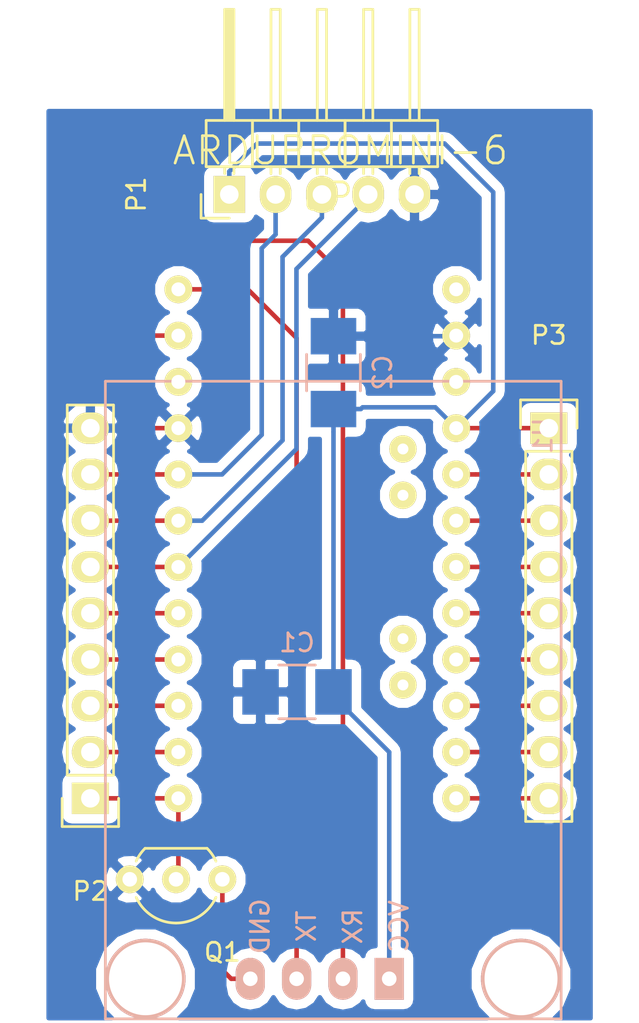
<source format=kicad_pcb>
(kicad_pcb (version 4) (host pcbnew 4.0.3-stable)

  (general
    (links 34)
    (no_connects 2)
    (area 0 0 0 0)
    (thickness 1.6)
    (drawings 0)
    (tracks 77)
    (zones 0)
    (modules 8)
    (nets 25)
  )

  (page A4)
  (layers
    (0 F.Cu signal)
    (31 B.Cu signal)
    (32 B.Adhes user)
    (33 F.Adhes user)
    (34 B.Paste user)
    (35 F.Paste user)
    (36 B.SilkS user)
    (37 F.SilkS user)
    (38 B.Mask user)
    (39 F.Mask user)
    (40 Dwgs.User user)
    (41 Cmts.User user)
    (42 Eco1.User user)
    (43 Eco2.User user)
    (44 Edge.Cuts user)
    (45 Margin user)
    (46 B.CrtYd user)
    (47 F.CrtYd user)
    (48 B.Fab user)
    (49 F.Fab user)
  )

  (setup
    (last_trace_width 0.25)
    (trace_clearance 0.2)
    (zone_clearance 0.508)
    (zone_45_only no)
    (trace_min 0.2)
    (segment_width 0.2)
    (edge_width 0.15)
    (via_size 0.6)
    (via_drill 0.4)
    (via_min_size 0.4)
    (via_min_drill 0.3)
    (uvia_size 0.3)
    (uvia_drill 0.1)
    (uvias_allowed no)
    (uvia_min_size 0.2)
    (uvia_min_drill 0.1)
    (pcb_text_width 0.3)
    (pcb_text_size 1.5 1.5)
    (mod_edge_width 0.15)
    (mod_text_size 1 1)
    (mod_text_width 0.15)
    (pad_size 1.524 1.524)
    (pad_drill 0.762)
    (pad_to_mask_clearance 0.2)
    (aux_axis_origin 0 0)
    (visible_elements 7FFFFFFF)
    (pcbplotparams
      (layerselection 0x00030_80000001)
      (usegerberextensions false)
      (excludeedgelayer true)
      (linewidth 0.100000)
      (plotframeref false)
      (viasonmask false)
      (mode 1)
      (useauxorigin false)
      (hpglpennumber 1)
      (hpglpenspeed 20)
      (hpglpendiameter 15)
      (hpglpenoverlay 2)
      (psnegative false)
      (psa4output false)
      (plotreference true)
      (plotvalue true)
      (plotinvisibletext false)
      (padsonsilk false)
      (subtractmaskfromsilk false)
      (outputformat 1)
      (mirror false)
      (drillshape 1)
      (scaleselection 1)
      (outputdirectory ""))
  )

  (net 0 "")
  (net 1 VCC)
  (net 2 GND)
  (net 3 SDA)
  (net 4 SCL)
  (net 5 INT)
  (net 6 TX)
  (net 7 RX)
  (net 8 "Net-(uP1-Pad9)")
  (net 9 "Net-(uP1-Pad19)")
  (net 10 "Net-(uP1-Pad21)")
  (net 11 "Net-(P2-Pad5)")
  (net 12 "Net-(P2-Pad4)")
  (net 13 "Net-(P2-Pad3)")
  (net 14 "Net-(P2-Pad2)")
  (net 15 "Net-(P2-Pad1)")
  (net 16 "Net-(P3-Pad2)")
  (net 17 "Net-(P3-Pad3)")
  (net 18 "Net-(P3-Pad4)")
  (net 19 "Net-(P3-Pad5)")
  (net 20 "Net-(P3-Pad6)")
  (net 21 "Net-(P3-Pad7)")
  (net 22 "Net-(P3-Pad8)")
  (net 23 "Net-(P3-Pad9)")
  (net 24 "Net-(Q1-Pad1)")

  (net_class Default "Dit is de standaard class."
    (clearance 0.2)
    (trace_width 0.25)
    (via_dia 0.6)
    (via_drill 0.4)
    (uvia_dia 0.3)
    (uvia_drill 0.1)
    (add_net GND)
    (add_net INT)
    (add_net "Net-(P2-Pad1)")
    (add_net "Net-(P2-Pad2)")
    (add_net "Net-(P2-Pad3)")
    (add_net "Net-(P2-Pad4)")
    (add_net "Net-(P2-Pad5)")
    (add_net "Net-(P3-Pad2)")
    (add_net "Net-(P3-Pad3)")
    (add_net "Net-(P3-Pad4)")
    (add_net "Net-(P3-Pad5)")
    (add_net "Net-(P3-Pad6)")
    (add_net "Net-(P3-Pad7)")
    (add_net "Net-(P3-Pad8)")
    (add_net "Net-(P3-Pad9)")
    (add_net "Net-(Q1-Pad1)")
    (add_net "Net-(uP1-Pad19)")
    (add_net "Net-(uP1-Pad21)")
    (add_net "Net-(uP1-Pad9)")
    (add_net RX)
    (add_net SCL)
    (add_net SDA)
    (add_net TX)
    (add_net VCC)
  )

  (module Capacitors_SMD:C_1210_HandSoldering (layer B.Cu) (tedit 541A9C39) (tstamp 57BB55E2)
    (at 196.12 108.966 180)
    (descr "Capacitor SMD 1210, hand soldering")
    (tags "capacitor 1210")
    (path /57BB60D2)
    (attr smd)
    (fp_text reference C1 (at 0 2.7 180) (layer B.SilkS)
      (effects (font (size 1 1) (thickness 0.15)) (justify mirror))
    )
    (fp_text value C (at 0 -2.7 180) (layer B.Fab)
      (effects (font (size 1 1) (thickness 0.15)) (justify mirror))
    )
    (fp_line (start -3.3 1.6) (end 3.3 1.6) (layer B.CrtYd) (width 0.05))
    (fp_line (start -3.3 -1.6) (end 3.3 -1.6) (layer B.CrtYd) (width 0.05))
    (fp_line (start -3.3 1.6) (end -3.3 -1.6) (layer B.CrtYd) (width 0.05))
    (fp_line (start 3.3 1.6) (end 3.3 -1.6) (layer B.CrtYd) (width 0.05))
    (fp_line (start 1 1.475) (end -1 1.475) (layer B.SilkS) (width 0.15))
    (fp_line (start -1 -1.475) (end 1 -1.475) (layer B.SilkS) (width 0.15))
    (pad 1 smd rect (at -2 0 180) (size 2 2.5) (layers B.Cu B.Paste B.Mask)
      (net 1 VCC))
    (pad 2 smd rect (at 2 0 180) (size 2 2.5) (layers B.Cu B.Paste B.Mask)
      (net 2 GND))
    (model Capacitors_SMD.3dshapes/C_1210_HandSoldering.wrl
      (at (xyz 0 0 0))
      (scale (xyz 1 1 1))
      (rotate (xyz 0 0 0))
    )
  )

  (module Capacitors_SMD:C_1210_HandSoldering (layer B.Cu) (tedit 541A9C39) (tstamp 57BB55E8)
    (at 198.12 91.44 90)
    (descr "Capacitor SMD 1210, hand soldering")
    (tags "capacitor 1210")
    (path /57BB6137)
    (attr smd)
    (fp_text reference C2 (at 0 2.7 90) (layer B.SilkS)
      (effects (font (size 1 1) (thickness 0.15)) (justify mirror))
    )
    (fp_text value C (at 0 -2.7 90) (layer B.Fab)
      (effects (font (size 1 1) (thickness 0.15)) (justify mirror))
    )
    (fp_line (start -3.3 1.6) (end 3.3 1.6) (layer B.CrtYd) (width 0.05))
    (fp_line (start -3.3 -1.6) (end 3.3 -1.6) (layer B.CrtYd) (width 0.05))
    (fp_line (start -3.3 1.6) (end -3.3 -1.6) (layer B.CrtYd) (width 0.05))
    (fp_line (start 3.3 1.6) (end 3.3 -1.6) (layer B.CrtYd) (width 0.05))
    (fp_line (start 1 1.475) (end -1 1.475) (layer B.SilkS) (width 0.15))
    (fp_line (start -1 -1.475) (end 1 -1.475) (layer B.SilkS) (width 0.15))
    (pad 1 smd rect (at -2 0 90) (size 2 2.5) (layers B.Cu B.Paste B.Mask)
      (net 1 VCC))
    (pad 2 smd rect (at 2 0 90) (size 2 2.5) (layers B.Cu B.Paste B.Mask)
      (net 2 GND))
    (model Capacitors_SMD.3dshapes/C_1210_HandSoldering.wrl
      (at (xyz 0 0 0))
      (scale (xyz 1 1 1))
      (rotate (xyz 0 0 0))
    )
  )

  (module Pin_Headers:Pin_Header_Angled_1x05 (layer F.Cu) (tedit 0) (tstamp 57BB55F1)
    (at 192.405 81.661 90)
    (descr "Through hole pin header")
    (tags "pin header")
    (path /57BA0612)
    (fp_text reference P1 (at 0 -5.1 90) (layer F.SilkS)
      (effects (font (size 1 1) (thickness 0.15)))
    )
    (fp_text value CONN_01X05 (at 0 -3.1 90) (layer F.Fab)
      (effects (font (size 1 1) (thickness 0.15)))
    )
    (fp_line (start -1.5 -1.75) (end -1.5 11.95) (layer F.CrtYd) (width 0.05))
    (fp_line (start 10.65 -1.75) (end 10.65 11.95) (layer F.CrtYd) (width 0.05))
    (fp_line (start -1.5 -1.75) (end 10.65 -1.75) (layer F.CrtYd) (width 0.05))
    (fp_line (start -1.5 11.95) (end 10.65 11.95) (layer F.CrtYd) (width 0.05))
    (fp_line (start -1.3 -1.55) (end -1.3 0) (layer F.SilkS) (width 0.15))
    (fp_line (start 0 -1.55) (end -1.3 -1.55) (layer F.SilkS) (width 0.15))
    (fp_line (start 4.191 -0.127) (end 10.033 -0.127) (layer F.SilkS) (width 0.15))
    (fp_line (start 10.033 -0.127) (end 10.033 0.127) (layer F.SilkS) (width 0.15))
    (fp_line (start 10.033 0.127) (end 4.191 0.127) (layer F.SilkS) (width 0.15))
    (fp_line (start 4.191 0.127) (end 4.191 0) (layer F.SilkS) (width 0.15))
    (fp_line (start 4.191 0) (end 10.033 0) (layer F.SilkS) (width 0.15))
    (fp_line (start 1.524 -0.254) (end 1.143 -0.254) (layer F.SilkS) (width 0.15))
    (fp_line (start 1.524 0.254) (end 1.143 0.254) (layer F.SilkS) (width 0.15))
    (fp_line (start 1.524 2.286) (end 1.143 2.286) (layer F.SilkS) (width 0.15))
    (fp_line (start 1.524 2.794) (end 1.143 2.794) (layer F.SilkS) (width 0.15))
    (fp_line (start 1.524 4.826) (end 1.143 4.826) (layer F.SilkS) (width 0.15))
    (fp_line (start 1.524 5.334) (end 1.143 5.334) (layer F.SilkS) (width 0.15))
    (fp_line (start 1.524 7.366) (end 1.143 7.366) (layer F.SilkS) (width 0.15))
    (fp_line (start 1.524 7.874) (end 1.143 7.874) (layer F.SilkS) (width 0.15))
    (fp_line (start 1.524 10.414) (end 1.143 10.414) (layer F.SilkS) (width 0.15))
    (fp_line (start 1.524 9.906) (end 1.143 9.906) (layer F.SilkS) (width 0.15))
    (fp_line (start 4.064 1.27) (end 4.064 -1.27) (layer F.SilkS) (width 0.15))
    (fp_line (start 10.16 0.254) (end 4.064 0.254) (layer F.SilkS) (width 0.15))
    (fp_line (start 10.16 -0.254) (end 10.16 0.254) (layer F.SilkS) (width 0.15))
    (fp_line (start 4.064 -0.254) (end 10.16 -0.254) (layer F.SilkS) (width 0.15))
    (fp_line (start 1.524 1.27) (end 4.064 1.27) (layer F.SilkS) (width 0.15))
    (fp_line (start 1.524 -1.27) (end 1.524 1.27) (layer F.SilkS) (width 0.15))
    (fp_line (start 1.524 -1.27) (end 4.064 -1.27) (layer F.SilkS) (width 0.15))
    (fp_line (start 1.524 3.81) (end 4.064 3.81) (layer F.SilkS) (width 0.15))
    (fp_line (start 1.524 3.81) (end 1.524 6.35) (layer F.SilkS) (width 0.15))
    (fp_line (start 1.524 6.35) (end 4.064 6.35) (layer F.SilkS) (width 0.15))
    (fp_line (start 4.064 4.826) (end 10.16 4.826) (layer F.SilkS) (width 0.15))
    (fp_line (start 10.16 4.826) (end 10.16 5.334) (layer F.SilkS) (width 0.15))
    (fp_line (start 10.16 5.334) (end 4.064 5.334) (layer F.SilkS) (width 0.15))
    (fp_line (start 4.064 6.35) (end 4.064 3.81) (layer F.SilkS) (width 0.15))
    (fp_line (start 4.064 3.81) (end 4.064 1.27) (layer F.SilkS) (width 0.15))
    (fp_line (start 10.16 2.794) (end 4.064 2.794) (layer F.SilkS) (width 0.15))
    (fp_line (start 10.16 2.286) (end 10.16 2.794) (layer F.SilkS) (width 0.15))
    (fp_line (start 4.064 2.286) (end 10.16 2.286) (layer F.SilkS) (width 0.15))
    (fp_line (start 1.524 3.81) (end 4.064 3.81) (layer F.SilkS) (width 0.15))
    (fp_line (start 1.524 1.27) (end 1.524 3.81) (layer F.SilkS) (width 0.15))
    (fp_line (start 1.524 1.27) (end 4.064 1.27) (layer F.SilkS) (width 0.15))
    (fp_line (start 1.524 8.89) (end 4.064 8.89) (layer F.SilkS) (width 0.15))
    (fp_line (start 1.524 8.89) (end 1.524 11.43) (layer F.SilkS) (width 0.15))
    (fp_line (start 1.524 11.43) (end 4.064 11.43) (layer F.SilkS) (width 0.15))
    (fp_line (start 4.064 9.906) (end 10.16 9.906) (layer F.SilkS) (width 0.15))
    (fp_line (start 10.16 9.906) (end 10.16 10.414) (layer F.SilkS) (width 0.15))
    (fp_line (start 10.16 10.414) (end 4.064 10.414) (layer F.SilkS) (width 0.15))
    (fp_line (start 4.064 11.43) (end 4.064 8.89) (layer F.SilkS) (width 0.15))
    (fp_line (start 4.064 8.89) (end 4.064 6.35) (layer F.SilkS) (width 0.15))
    (fp_line (start 10.16 7.874) (end 4.064 7.874) (layer F.SilkS) (width 0.15))
    (fp_line (start 10.16 7.366) (end 10.16 7.874) (layer F.SilkS) (width 0.15))
    (fp_line (start 4.064 7.366) (end 10.16 7.366) (layer F.SilkS) (width 0.15))
    (fp_line (start 1.524 8.89) (end 4.064 8.89) (layer F.SilkS) (width 0.15))
    (fp_line (start 1.524 6.35) (end 1.524 8.89) (layer F.SilkS) (width 0.15))
    (fp_line (start 1.524 6.35) (end 4.064 6.35) (layer F.SilkS) (width 0.15))
    (pad 1 thru_hole rect (at 0 0 90) (size 2.032 1.7272) (drill 1.016) (layers *.Cu *.Mask F.SilkS)
      (net 1 VCC))
    (pad 2 thru_hole oval (at 0 2.54 90) (size 2.032 1.7272) (drill 1.016) (layers *.Cu *.Mask F.SilkS)
      (net 3 SDA))
    (pad 3 thru_hole oval (at 0 5.08 90) (size 2.032 1.7272) (drill 1.016) (layers *.Cu *.Mask F.SilkS)
      (net 4 SCL))
    (pad 4 thru_hole oval (at 0 7.62 90) (size 2.032 1.7272) (drill 1.016) (layers *.Cu *.Mask F.SilkS)
      (net 5 INT))
    (pad 5 thru_hole oval (at 0 10.16 90) (size 2.032 1.7272) (drill 1.016) (layers *.Cu *.Mask F.SilkS)
      (net 2 GND))
    (model Pin_Headers.3dshapes/Pin_Header_Angled_1x05.wrl
      (at (xyz 0 -0.2 0))
      (scale (xyz 1 1 1))
      (rotate (xyz 0 0 90))
    )
  )

  (module ADEM:GY-NEO6MV2 (layer B.Cu) (tedit 563A1623) (tstamp 57BB55FB)
    (at 210.607 126.914 270)
    (path /57BB5BEC)
    (fp_text reference U1 (at -32 1 270) (layer B.SilkS)
      (effects (font (size 1 1) (thickness 0.15)) (justify mirror))
    )
    (fp_text value GY-NEO6MV2 (at -18 22 270) (layer B.Fab)
      (effects (font (size 1 1) (thickness 0.15)) (justify mirror))
    )
    (fp_text user GND (at -5.08 16.51 270) (layer B.SilkS)
      (effects (font (size 1 1) (thickness 0.15)) (justify mirror))
    )
    (fp_text user VCC (at -5.08 8.89 270) (layer B.SilkS)
      (effects (font (size 1 1) (thickness 0.15)) (justify mirror))
    )
    (fp_text user RX (at -5.08 11.43 270) (layer B.SilkS)
      (effects (font (size 1 1) (thickness 0.15)) (justify mirror))
    )
    (fp_text user TX (at -5.08 13.97 270) (layer B.SilkS)
      (effects (font (size 1 1) (thickness 0.15)) (justify mirror))
    )
    (fp_line (start -35 25) (end -35 0) (layer B.SilkS) (width 0.15))
    (fp_line (start -35 0) (end 0 0) (layer B.SilkS) (width 0.15))
    (fp_line (start 0 0) (end 0 25) (layer B.SilkS) (width 0.15))
    (fp_line (start 0 25) (end -35 25) (layer B.SilkS) (width 0.15))
    (pad "" np_thru_hole circle (at -2.2 2.2 270) (size 4.4 4.4) (drill 4) (layers *.Cu *.Mask B.SilkS))
    (pad 4 thru_hole oval (at -2.2 17.05 270) (size 2.3 1.6) (drill 0.8) (layers *.Cu *.Mask B.SilkS)
      (net 24 "Net-(Q1-Pad1)"))
    (pad "" np_thru_hole circle (at -2.2 22.8 270) (size 4.4 4.4) (drill 4) (layers *.Cu *.Mask B.SilkS))
    (pad 3 thru_hole oval (at -2.2 14.51 270) (size 2.3 1.6) (drill 0.8) (layers *.Cu *.Mask B.SilkS)
      (net 6 TX))
    (pad 2 thru_hole oval (at -2.2 11.97 270) (size 2.3 1.6) (drill 0.8) (layers *.Cu *.Mask B.SilkS)
      (net 7 RX))
    (pad 1 thru_hole rect (at -2.2 9.43 270) (size 2.3 1.6) (drill 0.8) (layers *.Cu *.Mask B.SilkS)
      (net 1 VCC))
  )

  (module ArduProMiniTKB:ArduProMini-6 (layer F.Cu) (tedit 54CFF598) (tstamp 57BB561B)
    (at 187.071 80.518)
    (path /57BB5B64)
    (fp_text reference uP1 (at 11.43 1.27) (layer F.SilkS)
      (effects (font (size 1.5 1.5) (thickness 0.15)))
    )
    (fp_text value ARDUPROMINI-6 (at 11.43 -1.27) (layer F.SilkS)
      (effects (font (size 1.5 1.5) (thickness 0.15)))
    )
    (pad 7 thru_hole circle (at 2.54 6.35) (size 1.524 1.524) (drill 0.762) (layers *.Cu *.Mask F.SilkS)
      (net 6 TX))
    (pad 8 thru_hole circle (at 2.54 8.89) (size 1.524 1.524) (drill 0.762) (layers *.Cu *.Mask F.SilkS)
      (net 7 RX))
    (pad 9 thru_hole circle (at 2.54 11.43) (size 1.524 1.524) (drill 0.762) (layers *.Cu *.Mask F.SilkS)
      (net 8 "Net-(uP1-Pad9)"))
    (pad 10 thru_hole circle (at 2.54 13.97) (size 1.524 1.524) (drill 0.762) (layers *.Cu *.Mask F.SilkS)
      (net 2 GND))
    (pad 11 thru_hole circle (at 2.54 16.51) (size 1.524 1.524) (drill 0.762) (layers *.Cu *.Mask F.SilkS)
      (net 3 SDA))
    (pad 12 thru_hole circle (at 2.54 19.05) (size 1.524 1.524) (drill 0.762) (layers *.Cu *.Mask F.SilkS)
      (net 4 SCL))
    (pad 13 thru_hole circle (at 2.54 21.59) (size 1.524 1.524) (drill 0.762) (layers *.Cu *.Mask F.SilkS)
      (net 5 INT))
    (pad 14 thru_hole circle (at 2.54 24.13) (size 1.524 1.524) (drill 0.762) (layers *.Cu *.Mask F.SilkS)
      (net 11 "Net-(P2-Pad5)"))
    (pad 15 thru_hole circle (at 2.54 26.67) (size 1.524 1.524) (drill 0.762) (layers *.Cu *.Mask F.SilkS)
      (net 12 "Net-(P2-Pad4)"))
    (pad 16 thru_hole circle (at 2.54 29.21) (size 1.524 1.524) (drill 0.762) (layers *.Cu *.Mask F.SilkS)
      (net 13 "Net-(P2-Pad3)"))
    (pad 17 thru_hole circle (at 2.54 31.75) (size 1.524 1.524) (drill 0.762) (layers *.Cu *.Mask F.SilkS)
      (net 14 "Net-(P2-Pad2)"))
    (pad 18 thru_hole circle (at 2.54 34.29) (size 1.524 1.524) (drill 0.762) (layers *.Cu *.Mask F.SilkS)
      (net 15 "Net-(P2-Pad1)"))
    (pad 19 thru_hole circle (at 17.78 6.35) (size 1.524 1.524) (drill 0.762) (layers *.Cu *.Mask F.SilkS)
      (net 9 "Net-(uP1-Pad19)"))
    (pad 20 thru_hole circle (at 17.78 8.89) (size 1.524 1.524) (drill 0.762) (layers *.Cu *.Mask F.SilkS)
      (net 2 GND))
    (pad 21 thru_hole circle (at 17.78 11.43) (size 1.524 1.524) (drill 0.762) (layers *.Cu *.Mask F.SilkS)
      (net 10 "Net-(uP1-Pad21)"))
    (pad 22 thru_hole circle (at 17.78 13.97) (size 1.524 1.524) (drill 0.762) (layers *.Cu *.Mask F.SilkS)
      (net 1 VCC))
    (pad 23 thru_hole circle (at 17.78 16.51) (size 1.524 1.524) (drill 0.762) (layers *.Cu *.Mask F.SilkS)
      (net 16 "Net-(P3-Pad2)"))
    (pad 24 thru_hole circle (at 17.78 19.05) (size 1.524 1.524) (drill 0.762) (layers *.Cu *.Mask F.SilkS)
      (net 17 "Net-(P3-Pad3)"))
    (pad 25 thru_hole circle (at 17.78 21.59) (size 1.524 1.524) (drill 0.762) (layers *.Cu *.Mask F.SilkS)
      (net 18 "Net-(P3-Pad4)"))
    (pad 26 thru_hole circle (at 17.78 24.13) (size 1.524 1.524) (drill 0.762) (layers *.Cu *.Mask F.SilkS)
      (net 19 "Net-(P3-Pad5)"))
    (pad 27 thru_hole circle (at 17.78 26.67) (size 1.524 1.524) (drill 0.762) (layers *.Cu *.Mask F.SilkS)
      (net 20 "Net-(P3-Pad6)"))
    (pad 28 thru_hole circle (at 17.78 29.21) (size 1.524 1.524) (drill 0.762) (layers *.Cu *.Mask F.SilkS)
      (net 21 "Net-(P3-Pad7)"))
    (pad 29 thru_hole circle (at 17.78 31.75) (size 1.524 1.524) (drill 0.762) (layers *.Cu *.Mask F.SilkS)
      (net 22 "Net-(P3-Pad8)"))
    (pad 30 thru_hole circle (at 17.78 34.29) (size 1.524 1.524) (drill 0.762) (layers *.Cu *.Mask F.SilkS)
      (net 23 "Net-(P3-Pad9)"))
    (pad 31 thru_hole circle (at 14.859 15.113) (size 1.5 1.5) (drill 0.6) (layers *.Cu *.Mask F.SilkS))
    (pad 32 thru_hole circle (at 14.859 17.653) (size 1.5 1.5) (drill 0.6) (layers *.Cu *.Mask F.SilkS))
    (pad 34 thru_hole circle (at 14.859 25.527) (size 1.5 1.5) (drill 0.6) (layers *.Cu *.Mask F.SilkS))
    (pad 35 thru_hole circle (at 14.859 28.067) (size 1.5 1.5) (drill 0.6) (layers *.Cu *.Mask F.SilkS))
  )

  (module Pin_Headers:Pin_Header_Straight_1x09 (layer F.Cu) (tedit 0) (tstamp 57BC9AEE)
    (at 184.785 114.808 180)
    (descr "Through hole pin header")
    (tags "pin header")
    (path /57BB69A5)
    (fp_text reference P2 (at 0 -5.1 180) (layer F.SilkS)
      (effects (font (size 1 1) (thickness 0.15)))
    )
    (fp_text value CONN_01X09 (at 0 -3.1 180) (layer F.Fab)
      (effects (font (size 1 1) (thickness 0.15)))
    )
    (fp_line (start -1.75 -1.75) (end -1.75 22.1) (layer F.CrtYd) (width 0.05))
    (fp_line (start 1.75 -1.75) (end 1.75 22.1) (layer F.CrtYd) (width 0.05))
    (fp_line (start -1.75 -1.75) (end 1.75 -1.75) (layer F.CrtYd) (width 0.05))
    (fp_line (start -1.75 22.1) (end 1.75 22.1) (layer F.CrtYd) (width 0.05))
    (fp_line (start 1.27 1.27) (end 1.27 21.59) (layer F.SilkS) (width 0.15))
    (fp_line (start 1.27 21.59) (end -1.27 21.59) (layer F.SilkS) (width 0.15))
    (fp_line (start -1.27 21.59) (end -1.27 1.27) (layer F.SilkS) (width 0.15))
    (fp_line (start 1.55 -1.55) (end 1.55 0) (layer F.SilkS) (width 0.15))
    (fp_line (start 1.27 1.27) (end -1.27 1.27) (layer F.SilkS) (width 0.15))
    (fp_line (start -1.55 0) (end -1.55 -1.55) (layer F.SilkS) (width 0.15))
    (fp_line (start -1.55 -1.55) (end 1.55 -1.55) (layer F.SilkS) (width 0.15))
    (pad 1 thru_hole rect (at 0 0 180) (size 2.032 1.7272) (drill 1.016) (layers *.Cu *.Mask F.SilkS)
      (net 15 "Net-(P2-Pad1)"))
    (pad 2 thru_hole oval (at 0 2.54 180) (size 2.032 1.7272) (drill 1.016) (layers *.Cu *.Mask F.SilkS)
      (net 14 "Net-(P2-Pad2)"))
    (pad 3 thru_hole oval (at 0 5.08 180) (size 2.032 1.7272) (drill 1.016) (layers *.Cu *.Mask F.SilkS)
      (net 13 "Net-(P2-Pad3)"))
    (pad 4 thru_hole oval (at 0 7.62 180) (size 2.032 1.7272) (drill 1.016) (layers *.Cu *.Mask F.SilkS)
      (net 12 "Net-(P2-Pad4)"))
    (pad 5 thru_hole oval (at 0 10.16 180) (size 2.032 1.7272) (drill 1.016) (layers *.Cu *.Mask F.SilkS)
      (net 11 "Net-(P2-Pad5)"))
    (pad 6 thru_hole oval (at 0 12.7 180) (size 2.032 1.7272) (drill 1.016) (layers *.Cu *.Mask F.SilkS)
      (net 5 INT))
    (pad 7 thru_hole oval (at 0 15.24 180) (size 2.032 1.7272) (drill 1.016) (layers *.Cu *.Mask F.SilkS)
      (net 4 SCL))
    (pad 8 thru_hole oval (at 0 17.78 180) (size 2.032 1.7272) (drill 1.016) (layers *.Cu *.Mask F.SilkS)
      (net 3 SDA))
    (pad 9 thru_hole oval (at 0 20.32 180) (size 2.032 1.7272) (drill 1.016) (layers *.Cu *.Mask F.SilkS)
      (net 2 GND))
    (model Pin_Headers.3dshapes/Pin_Header_Straight_1x09.wrl
      (at (xyz 0 -0.4 0))
      (scale (xyz 1 1 1))
      (rotate (xyz 0 0 90))
    )
  )

  (module Pin_Headers:Pin_Header_Straight_1x09 (layer F.Cu) (tedit 0) (tstamp 57BC9B06)
    (at 209.931 94.488)
    (descr "Through hole pin header")
    (tags "pin header")
    (path /57BB68B6)
    (fp_text reference P3 (at 0 -5.1) (layer F.SilkS)
      (effects (font (size 1 1) (thickness 0.15)))
    )
    (fp_text value CONN_01X09 (at 0 -3.1) (layer F.Fab)
      (effects (font (size 1 1) (thickness 0.15)))
    )
    (fp_line (start -1.75 -1.75) (end -1.75 22.1) (layer F.CrtYd) (width 0.05))
    (fp_line (start 1.75 -1.75) (end 1.75 22.1) (layer F.CrtYd) (width 0.05))
    (fp_line (start -1.75 -1.75) (end 1.75 -1.75) (layer F.CrtYd) (width 0.05))
    (fp_line (start -1.75 22.1) (end 1.75 22.1) (layer F.CrtYd) (width 0.05))
    (fp_line (start 1.27 1.27) (end 1.27 21.59) (layer F.SilkS) (width 0.15))
    (fp_line (start 1.27 21.59) (end -1.27 21.59) (layer F.SilkS) (width 0.15))
    (fp_line (start -1.27 21.59) (end -1.27 1.27) (layer F.SilkS) (width 0.15))
    (fp_line (start 1.55 -1.55) (end 1.55 0) (layer F.SilkS) (width 0.15))
    (fp_line (start 1.27 1.27) (end -1.27 1.27) (layer F.SilkS) (width 0.15))
    (fp_line (start -1.55 0) (end -1.55 -1.55) (layer F.SilkS) (width 0.15))
    (fp_line (start -1.55 -1.55) (end 1.55 -1.55) (layer F.SilkS) (width 0.15))
    (pad 1 thru_hole rect (at 0 0) (size 2.032 1.7272) (drill 1.016) (layers *.Cu *.Mask F.SilkS)
      (net 1 VCC))
    (pad 2 thru_hole oval (at 0 2.54) (size 2.032 1.7272) (drill 1.016) (layers *.Cu *.Mask F.SilkS)
      (net 16 "Net-(P3-Pad2)"))
    (pad 3 thru_hole oval (at 0 5.08) (size 2.032 1.7272) (drill 1.016) (layers *.Cu *.Mask F.SilkS)
      (net 17 "Net-(P3-Pad3)"))
    (pad 4 thru_hole oval (at 0 7.62) (size 2.032 1.7272) (drill 1.016) (layers *.Cu *.Mask F.SilkS)
      (net 18 "Net-(P3-Pad4)"))
    (pad 5 thru_hole oval (at 0 10.16) (size 2.032 1.7272) (drill 1.016) (layers *.Cu *.Mask F.SilkS)
      (net 19 "Net-(P3-Pad5)"))
    (pad 6 thru_hole oval (at 0 12.7) (size 2.032 1.7272) (drill 1.016) (layers *.Cu *.Mask F.SilkS)
      (net 20 "Net-(P3-Pad6)"))
    (pad 7 thru_hole oval (at 0 15.24) (size 2.032 1.7272) (drill 1.016) (layers *.Cu *.Mask F.SilkS)
      (net 21 "Net-(P3-Pad7)"))
    (pad 8 thru_hole oval (at 0 17.78) (size 2.032 1.7272) (drill 1.016) (layers *.Cu *.Mask F.SilkS)
      (net 22 "Net-(P3-Pad8)"))
    (pad 9 thru_hole oval (at 0 20.32) (size 2.032 1.7272) (drill 1.016) (layers *.Cu *.Mask F.SilkS)
      (net 23 "Net-(P3-Pad9)"))
    (model Pin_Headers.3dshapes/Pin_Header_Straight_1x09.wrl
      (at (xyz 0 -0.4 0))
      (scale (xyz 1 1 1))
      (rotate (xyz 0 0 90))
    )
  )

  (module TO_SOT_Packages_THT:TO-92_Inline_Wide (layer F.Cu) (tedit 54F242B4) (tstamp 57BCA3FC)
    (at 192.024 119.253 180)
    (descr "TO-92 leads in-line, wide, drill 0.8mm (see NXP sot054_po.pdf)")
    (tags "to-92 sc-43 sc-43a sot54 PA33 transistor")
    (path /57BC9FCB)
    (fp_text reference Q1 (at 0 -4 360) (layer F.SilkS)
      (effects (font (size 1 1) (thickness 0.15)))
    )
    (fp_text value BS170 (at 0 3 180) (layer F.Fab)
      (effects (font (size 1 1) (thickness 0.15)))
    )
    (fp_arc (start 2.54 0) (end 0.84 1.7) (angle 20.5) (layer F.SilkS) (width 0.15))
    (fp_arc (start 2.54 0) (end 4.24 1.7) (angle -20.5) (layer F.SilkS) (width 0.15))
    (fp_line (start -1 1.95) (end -1 -2.65) (layer F.CrtYd) (width 0.05))
    (fp_line (start -1 1.95) (end 6.1 1.95) (layer F.CrtYd) (width 0.05))
    (fp_line (start 0.84 1.7) (end 4.24 1.7) (layer F.SilkS) (width 0.15))
    (fp_arc (start 2.54 0) (end 2.54 -2.4) (angle -65.55604127) (layer F.SilkS) (width 0.15))
    (fp_arc (start 2.54 0) (end 2.54 -2.4) (angle 65.55604127) (layer F.SilkS) (width 0.15))
    (fp_line (start -1 -2.65) (end 6.1 -2.65) (layer F.CrtYd) (width 0.05))
    (fp_line (start 6.1 1.95) (end 6.1 -2.65) (layer F.CrtYd) (width 0.05))
    (pad 2 thru_hole circle (at 2.54 0 270) (size 1.524 1.524) (drill 0.8) (layers *.Cu *.Mask F.SilkS)
      (net 15 "Net-(P2-Pad1)"))
    (pad 3 thru_hole circle (at 5.08 0 270) (size 1.524 1.524) (drill 0.8) (layers *.Cu *.Mask F.SilkS)
      (net 2 GND))
    (pad 1 thru_hole circle (at 0 0 270) (size 1.524 1.524) (drill 0.8) (layers *.Cu *.Mask F.SilkS)
      (net 24 "Net-(Q1-Pad1)"))
    (model TO_SOT_Packages_THT.3dshapes/TO-92_Inline_Wide.wrl
      (at (xyz 0.1 0 0))
      (scale (xyz 1 1 1))
      (rotate (xyz 0 0 -90))
    )
  )

  (segment (start 206.883 81.534) (end 206.883 92.456) (width 0.25) (layer B.Cu) (net 1))
  (segment (start 206.883 92.456) (end 204.851 94.488) (width 0.25) (layer B.Cu) (net 1))
  (segment (start 204.216 78.867) (end 206.883 81.534) (width 0.25) (layer B.Cu) (net 1))
  (segment (start 193.933 78.867) (end 204.216 78.867) (width 0.25) (layer B.Cu) (net 1))
  (segment (start 192.405 81.661) (end 192.405 80.395) (width 0.25) (layer B.Cu) (net 1))
  (segment (start 192.405 80.395) (end 193.933 78.867) (width 0.25) (layer B.Cu) (net 1))
  (segment (start 201.177 121.031) (end 201.177 124.714) (width 0.25) (layer B.Cu) (net 1))
  (segment (start 204.851 94.488) (end 209.931 94.488) (width 0.25) (layer F.Cu) (net 1))
  (segment (start 198.12 108.966) (end 198.12 109.216) (width 0.25) (layer B.Cu) (net 1))
  (segment (start 198.12 109.216) (end 201.177 112.273) (width 0.25) (layer B.Cu) (net 1))
  (segment (start 201.177 112.273) (end 201.177 121.031) (width 0.25) (layer B.Cu) (net 1))
  (segment (start 198.12 93.44) (end 198.12 94.69) (width 0.25) (layer B.Cu) (net 1))
  (segment (start 198.12 94.69) (end 198.12 108.966) (width 0.25) (layer B.Cu) (net 1))
  (segment (start 199.715 93.345) (end 203.708 93.345) (width 0.25) (layer B.Cu) (net 1))
  (segment (start 203.708 93.345) (end 204.851 94.488) (width 0.25) (layer B.Cu) (net 1))
  (segment (start 198.12 93.44) (end 199.62 93.44) (width 0.25) (layer B.Cu) (net 1))
  (segment (start 199.62 93.44) (end 199.715 93.345) (width 0.25) (layer B.Cu) (net 1))
  (segment (start 184.785 94.488) (end 189.611 94.488) (width 0.25) (layer F.Cu) (net 2))
  (segment (start 198.12 89.44) (end 204.819 89.44) (width 0.25) (layer B.Cu) (net 2))
  (segment (start 204.819 89.44) (end 204.851 89.408) (width 0.25) (layer B.Cu) (net 2))
  (segment (start 189.611 97.028) (end 188.53337 97.028) (width 0.25) (layer F.Cu) (net 3))
  (segment (start 188.53337 97.028) (end 184.785 97.028) (width 0.25) (layer F.Cu) (net 3))
  (segment (start 194.945 81.661) (end 194.945 83.8549) (width 0.25) (layer B.Cu) (net 3))
  (segment (start 194.945 83.8549) (end 194.183 84.6169) (width 0.25) (layer B.Cu) (net 3))
  (segment (start 194.183 84.6169) (end 194.183 94.854149) (width 0.25) (layer B.Cu) (net 3))
  (segment (start 194.183 94.854149) (end 192.009149 97.028) (width 0.25) (layer B.Cu) (net 3))
  (segment (start 192.009149 97.028) (end 189.611 97.028) (width 0.25) (layer B.Cu) (net 3))
  (segment (start 184.785 99.568) (end 186.051 99.568) (width 0.25) (layer F.Cu) (net 4))
  (segment (start 186.051 99.568) (end 189.611 99.568) (width 0.25) (layer F.Cu) (net 4))
  (segment (start 197.485 81.661) (end 197.485 82.927) (width 0.25) (layer B.Cu) (net 4))
  (segment (start 197.485 82.927) (end 195.326 85.086) (width 0.25) (layer B.Cu) (net 4))
  (segment (start 195.326 85.086) (end 195.326 95.157717) (width 0.25) (layer B.Cu) (net 4))
  (segment (start 195.326 95.157717) (end 190.915717 99.568) (width 0.25) (layer B.Cu) (net 4))
  (segment (start 190.915717 99.568) (end 189.611 99.568) (width 0.25) (layer B.Cu) (net 4))
  (segment (start 189.611 102.108) (end 184.785 102.108) (width 0.25) (layer F.Cu) (net 5))
  (segment (start 196.088 85.7504) (end 196.088 95.631) (width 0.25) (layer B.Cu) (net 5))
  (segment (start 196.088 95.631) (end 189.611 102.108) (width 0.25) (layer B.Cu) (net 5))
  (segment (start 200.025 81.661) (end 200.025 81.8134) (width 0.25) (layer B.Cu) (net 5))
  (segment (start 200.025 81.8134) (end 196.088 85.7504) (width 0.25) (layer B.Cu) (net 5))
  (segment (start 196.097 121.031) (end 196.097 124.714) (width 0.25) (layer F.Cu) (net 6))
  (segment (start 196.097 89.544) (end 193.421 86.868) (width 0.25) (layer F.Cu) (net 6))
  (segment (start 193.421 86.868) (end 189.611 86.868) (width 0.25) (layer F.Cu) (net 6))
  (segment (start 196.097 121.031) (end 196.097 89.544) (width 0.25) (layer F.Cu) (net 6))
  (segment (start 198.637 121.031) (end 198.637 124.714) (width 0.25) (layer F.Cu) (net 7))
  (segment (start 198.637 121.031) (end 198.637 86.115) (width 0.25) (layer F.Cu) (net 7))
  (segment (start 188.214 84.201) (end 187.198 85.217) (width 0.25) (layer F.Cu) (net 7))
  (segment (start 198.637 86.115) (end 196.723 84.201) (width 0.25) (layer F.Cu) (net 7))
  (segment (start 196.723 84.201) (end 188.214 84.201) (width 0.25) (layer F.Cu) (net 7))
  (segment (start 187.198 85.217) (end 187.198 88.575276) (width 0.25) (layer F.Cu) (net 7))
  (segment (start 187.198 88.575276) (end 188.030724 89.408) (width 0.25) (layer F.Cu) (net 7))
  (segment (start 188.030724 89.408) (end 189.611 89.408) (width 0.25) (layer F.Cu) (net 7))
  (segment (start 184.785 104.648) (end 189.611 104.648) (width 0.25) (layer F.Cu) (net 11))
  (segment (start 189.611 107.188) (end 188.53337 107.188) (width 0.25) (layer F.Cu) (net 12))
  (segment (start 188.53337 107.188) (end 184.785 107.188) (width 0.25) (layer F.Cu) (net 12))
  (segment (start 184.785 109.728) (end 186.051 109.728) (width 0.25) (layer F.Cu) (net 13))
  (segment (start 186.051 109.728) (end 189.611 109.728) (width 0.25) (layer F.Cu) (net 13))
  (segment (start 189.611 112.268) (end 184.785 112.268) (width 0.25) (layer F.Cu) (net 14))
  (segment (start 189.611 114.808) (end 188.53337 114.808) (width 0.25) (layer F.Cu) (net 15))
  (segment (start 188.53337 114.808) (end 184.785 114.808) (width 0.25) (layer F.Cu) (net 15))
  (segment (start 189.611 114.808) (end 189.611 119.126) (width 0.25) (layer F.Cu) (net 15))
  (segment (start 189.611 119.126) (end 189.484 119.253) (width 0.25) (layer F.Cu) (net 15))
  (segment (start 189.611 119.126) (end 189.484 119.253) (width 0.25) (layer B.Cu) (net 15))
  (segment (start 204.851 97.028) (end 205.92863 97.028) (width 0.25) (layer F.Cu) (net 16))
  (segment (start 205.92863 97.028) (end 209.931 97.028) (width 0.25) (layer F.Cu) (net 16))
  (segment (start 209.931 99.568) (end 204.851 99.568) (width 0.25) (layer F.Cu) (net 17))
  (segment (start 204.851 102.108) (end 205.92863 102.108) (width 0.25) (layer F.Cu) (net 18))
  (segment (start 205.92863 102.108) (end 209.931 102.108) (width 0.25) (layer F.Cu) (net 18))
  (segment (start 209.931 104.648) (end 204.851 104.648) (width 0.25) (layer F.Cu) (net 19))
  (segment (start 204.851 107.188) (end 209.931 107.188) (width 0.25) (layer F.Cu) (net 20))
  (segment (start 209.931 109.728) (end 204.851 109.728) (width 0.25) (layer F.Cu) (net 21))
  (segment (start 204.851 112.268) (end 205.92863 112.268) (width 0.25) (layer F.Cu) (net 22))
  (segment (start 205.92863 112.268) (end 209.931 112.268) (width 0.25) (layer F.Cu) (net 22))
  (segment (start 209.931 114.808) (end 208.665 114.808) (width 0.25) (layer F.Cu) (net 23))
  (segment (start 208.665 114.808) (end 204.851 114.808) (width 0.25) (layer F.Cu) (net 23))
  (segment (start 192.024 119.253) (end 192.024 124.231) (width 0.25) (layer F.Cu) (net 24))
  (segment (start 192.024 124.231) (end 192.507 124.714) (width 0.25) (layer F.Cu) (net 24))
  (segment (start 192.507 124.714) (end 193.557 124.714) (width 0.25) (layer F.Cu) (net 24))

  (zone (net 2) (net_name GND) (layer B.Cu) (tstamp 0) (hatch edge 0.508)
    (connect_pads (clearance 0.508))
    (min_thickness 0.254)
    (fill yes (arc_segments 16) (thermal_gap 0.508) (thermal_bridge_width 0.508))
    (polygon
      (pts
        (xy 182.372 76.962) (xy 212.344 76.962) (xy 212.344 127) (xy 182.372 127)
      )
    )
    (filled_polygon
      (pts
        (xy 212.217 126.873) (xy 210.257028 126.873) (xy 210.808995 126.321995) (xy 211.241507 125.28039) (xy 211.242491 124.152558)
        (xy 210.811798 123.110199) (xy 210.014995 122.312005) (xy 208.97339 121.879493) (xy 207.845558 121.878509) (xy 206.803199 122.309202)
        (xy 206.005005 123.106005) (xy 205.572493 124.14761) (xy 205.571509 125.275442) (xy 206.002202 126.317801) (xy 206.556433 126.873)
        (xy 189.657028 126.873) (xy 190.208995 126.321995) (xy 190.641507 125.28039) (xy 190.642491 124.152558) (xy 190.211798 123.110199)
        (xy 189.414995 122.312005) (xy 188.37339 121.879493) (xy 187.245558 121.878509) (xy 186.203199 122.309202) (xy 185.405005 123.106005)
        (xy 184.972493 124.14761) (xy 184.971509 125.275442) (xy 185.402202 126.317801) (xy 185.956433 126.873) (xy 182.499 126.873)
        (xy 182.499 120.233213) (xy 186.143392 120.233213) (xy 186.212857 120.475397) (xy 186.736302 120.662144) (xy 187.291368 120.634362)
        (xy 187.675143 120.475397) (xy 187.744608 120.233213) (xy 186.944 119.432605) (xy 186.143392 120.233213) (xy 182.499 120.233213)
        (xy 182.499 119.045302) (xy 185.534856 119.045302) (xy 185.562638 119.600368) (xy 185.721603 119.984143) (xy 185.963787 120.053608)
        (xy 186.764395 119.253) (xy 187.123605 119.253) (xy 187.924213 120.053608) (xy 188.166397 119.984143) (xy 188.216509 119.843682)
        (xy 188.29899 120.043303) (xy 188.69163 120.436629) (xy 189.2049 120.649757) (xy 189.760661 120.650242) (xy 190.274303 120.43801)
        (xy 190.667629 120.04537) (xy 190.753949 119.837488) (xy 190.83899 120.043303) (xy 191.23163 120.436629) (xy 191.7449 120.649757)
        (xy 192.300661 120.650242) (xy 192.814303 120.43801) (xy 193.207629 120.04537) (xy 193.420757 119.5321) (xy 193.421242 118.976339)
        (xy 193.20901 118.462697) (xy 192.81637 118.069371) (xy 192.3031 117.856243) (xy 191.747339 117.855758) (xy 191.233697 118.06799)
        (xy 190.840371 118.46063) (xy 190.754051 118.668512) (xy 190.66901 118.462697) (xy 190.27637 118.069371) (xy 189.7631 117.856243)
        (xy 189.207339 117.855758) (xy 188.693697 118.06799) (xy 188.300371 118.46063) (xy 188.220605 118.652727) (xy 188.166397 118.521857)
        (xy 187.924213 118.452392) (xy 187.123605 119.253) (xy 186.764395 119.253) (xy 185.963787 118.452392) (xy 185.721603 118.521857)
        (xy 185.534856 119.045302) (xy 182.499 119.045302) (xy 182.499 118.272787) (xy 186.143392 118.272787) (xy 186.944 119.073395)
        (xy 187.744608 118.272787) (xy 187.675143 118.030603) (xy 187.151698 117.843856) (xy 186.596632 117.871638) (xy 186.212857 118.030603)
        (xy 186.143392 118.272787) (xy 182.499 118.272787) (xy 182.499 97.028) (xy 183.101655 97.028) (xy 183.215729 97.601489)
        (xy 183.540585 98.08767) (xy 183.855366 98.298) (xy 183.540585 98.50833) (xy 183.215729 98.994511) (xy 183.101655 99.568)
        (xy 183.215729 100.141489) (xy 183.540585 100.62767) (xy 183.855366 100.838) (xy 183.540585 101.04833) (xy 183.215729 101.534511)
        (xy 183.101655 102.108) (xy 183.215729 102.681489) (xy 183.540585 103.16767) (xy 183.855366 103.378) (xy 183.540585 103.58833)
        (xy 183.215729 104.074511) (xy 183.101655 104.648) (xy 183.215729 105.221489) (xy 183.540585 105.70767) (xy 183.855366 105.918)
        (xy 183.540585 106.12833) (xy 183.215729 106.614511) (xy 183.101655 107.188) (xy 183.215729 107.761489) (xy 183.540585 108.24767)
        (xy 183.855366 108.458) (xy 183.540585 108.66833) (xy 183.215729 109.154511) (xy 183.101655 109.728) (xy 183.215729 110.301489)
        (xy 183.540585 110.78767) (xy 183.855366 110.998) (xy 183.540585 111.20833) (xy 183.215729 111.694511) (xy 183.101655 112.268)
        (xy 183.215729 112.841489) (xy 183.540585 113.32767) (xy 183.554913 113.337243) (xy 183.533683 113.341238) (xy 183.317559 113.48031)
        (xy 183.172569 113.69251) (xy 183.12156 113.9444) (xy 183.12156 115.6716) (xy 183.165838 115.906917) (xy 183.30491 116.123041)
        (xy 183.51711 116.268031) (xy 183.769 116.31904) (xy 185.801 116.31904) (xy 186.036317 116.274762) (xy 186.252441 116.13569)
        (xy 186.397431 115.92349) (xy 186.44844 115.6716) (xy 186.44844 113.9444) (xy 186.404162 113.709083) (xy 186.26509 113.492959)
        (xy 186.05289 113.347969) (xy 186.011561 113.3396) (xy 186.029415 113.32767) (xy 186.354271 112.841489) (xy 186.468345 112.268)
        (xy 186.354271 111.694511) (xy 186.029415 111.20833) (xy 185.714634 110.998) (xy 186.029415 110.78767) (xy 186.354271 110.301489)
        (xy 186.468345 109.728) (xy 186.354271 109.154511) (xy 186.029415 108.66833) (xy 185.714634 108.458) (xy 186.029415 108.24767)
        (xy 186.354271 107.761489) (xy 186.468345 107.188) (xy 186.354271 106.614511) (xy 186.029415 106.12833) (xy 185.714634 105.918)
        (xy 186.029415 105.70767) (xy 186.354271 105.221489) (xy 186.468345 104.648) (xy 186.354271 104.074511) (xy 186.029415 103.58833)
        (xy 185.714634 103.378) (xy 186.029415 103.16767) (xy 186.354271 102.681489) (xy 186.468345 102.108) (xy 186.354271 101.534511)
        (xy 186.029415 101.04833) (xy 185.714634 100.838) (xy 186.029415 100.62767) (xy 186.354271 100.141489) (xy 186.468345 99.568)
        (xy 186.354271 98.994511) (xy 186.029415 98.50833) (xy 185.714634 98.298) (xy 186.029415 98.08767) (xy 186.354271 97.601489)
        (xy 186.413313 97.304661) (xy 188.213758 97.304661) (xy 188.42599 97.818303) (xy 188.81863 98.211629) (xy 189.026512 98.297949)
        (xy 188.820697 98.38299) (xy 188.427371 98.77563) (xy 188.214243 99.2889) (xy 188.213758 99.844661) (xy 188.42599 100.358303)
        (xy 188.81863 100.751629) (xy 189.026512 100.837949) (xy 188.820697 100.92299) (xy 188.427371 101.31563) (xy 188.214243 101.8289)
        (xy 188.213758 102.384661) (xy 188.42599 102.898303) (xy 188.81863 103.291629) (xy 189.026512 103.377949) (xy 188.820697 103.46299)
        (xy 188.427371 103.85563) (xy 188.214243 104.3689) (xy 188.213758 104.924661) (xy 188.42599 105.438303) (xy 188.81863 105.831629)
        (xy 189.026512 105.917949) (xy 188.820697 106.00299) (xy 188.427371 106.39563) (xy 188.214243 106.9089) (xy 188.213758 107.464661)
        (xy 188.42599 107.978303) (xy 188.81863 108.371629) (xy 189.026512 108.457949) (xy 188.820697 108.54299) (xy 188.427371 108.93563)
        (xy 188.214243 109.4489) (xy 188.213758 110.004661) (xy 188.42599 110.518303) (xy 188.81863 110.911629) (xy 189.026512 110.997949)
        (xy 188.820697 111.08299) (xy 188.427371 111.47563) (xy 188.214243 111.9889) (xy 188.213758 112.544661) (xy 188.42599 113.058303)
        (xy 188.81863 113.451629) (xy 189.026512 113.537949) (xy 188.820697 113.62299) (xy 188.427371 114.01563) (xy 188.214243 114.5289)
        (xy 188.213758 115.084661) (xy 188.42599 115.598303) (xy 188.81863 115.991629) (xy 189.3319 116.204757) (xy 189.887661 116.205242)
        (xy 190.401303 115.99301) (xy 190.794629 115.60037) (xy 191.007757 115.0871) (xy 191.008242 114.531339) (xy 190.79601 114.017697)
        (xy 190.40337 113.624371) (xy 190.195488 113.538051) (xy 190.401303 113.45301) (xy 190.794629 113.06037) (xy 191.007757 112.5471)
        (xy 191.008242 111.991339) (xy 190.79601 111.477697) (xy 190.40337 111.084371) (xy 190.195488 110.998051) (xy 190.401303 110.91301)
        (xy 190.794629 110.52037) (xy 191.007757 110.0071) (xy 191.008242 109.451339) (xy 190.925774 109.25175) (xy 192.485 109.25175)
        (xy 192.485 110.34231) (xy 192.581673 110.575699) (xy 192.760302 110.754327) (xy 192.993691 110.851) (xy 193.83425 110.851)
        (xy 193.993 110.69225) (xy 193.993 109.093) (xy 194.247 109.093) (xy 194.247 110.69225) (xy 194.40575 110.851)
        (xy 195.246309 110.851) (xy 195.479698 110.754327) (xy 195.658327 110.575699) (xy 195.755 110.34231) (xy 195.755 109.25175)
        (xy 195.59625 109.093) (xy 194.247 109.093) (xy 193.993 109.093) (xy 192.64375 109.093) (xy 192.485 109.25175)
        (xy 190.925774 109.25175) (xy 190.79601 108.937697) (xy 190.40337 108.544371) (xy 190.195488 108.458051) (xy 190.401303 108.37301)
        (xy 190.794629 107.98037) (xy 190.956853 107.58969) (xy 192.485 107.58969) (xy 192.485 108.68025) (xy 192.64375 108.839)
        (xy 193.993 108.839) (xy 193.993 107.23975) (xy 194.247 107.23975) (xy 194.247 108.839) (xy 195.59625 108.839)
        (xy 195.755 108.68025) (xy 195.755 107.58969) (xy 195.658327 107.356301) (xy 195.479698 107.177673) (xy 195.246309 107.081)
        (xy 194.40575 107.081) (xy 194.247 107.23975) (xy 193.993 107.23975) (xy 193.83425 107.081) (xy 192.993691 107.081)
        (xy 192.760302 107.177673) (xy 192.581673 107.356301) (xy 192.485 107.58969) (xy 190.956853 107.58969) (xy 191.007757 107.4671)
        (xy 191.008242 106.911339) (xy 190.79601 106.397697) (xy 190.40337 106.004371) (xy 190.195488 105.918051) (xy 190.401303 105.83301)
        (xy 190.794629 105.44037) (xy 191.007757 104.9271) (xy 191.008242 104.371339) (xy 190.79601 103.857697) (xy 190.40337 103.464371)
        (xy 190.195488 103.378051) (xy 190.401303 103.29301) (xy 190.794629 102.90037) (xy 191.007757 102.3871) (xy 191.008242 101.831339)
        (xy 190.994857 101.798945) (xy 196.625401 96.168401) (xy 196.790148 95.92184) (xy 196.848 95.631) (xy 196.848 95.082985)
        (xy 196.87 95.08744) (xy 197.36 95.08744) (xy 197.36 107.06856) (xy 197.12 107.06856) (xy 196.884683 107.112838)
        (xy 196.668559 107.25191) (xy 196.523569 107.46411) (xy 196.47256 107.716) (xy 196.47256 110.216) (xy 196.516838 110.451317)
        (xy 196.65591 110.667441) (xy 196.86811 110.812431) (xy 197.12 110.86344) (xy 198.692638 110.86344) (xy 200.417 112.587802)
        (xy 200.417 122.91656) (xy 200.377 122.91656) (xy 200.141683 122.960838) (xy 199.925559 123.09991) (xy 199.780569 123.31211)
        (xy 199.750251 123.461826) (xy 199.651698 123.314332) (xy 199.186151 123.003263) (xy 198.637 122.89403) (xy 198.087849 123.003263)
        (xy 197.622302 123.314332) (xy 197.367 123.696418) (xy 197.111698 123.314332) (xy 196.646151 123.003263) (xy 196.097 122.89403)
        (xy 195.547849 123.003263) (xy 195.082302 123.314332) (xy 194.827 123.696418) (xy 194.571698 123.314332) (xy 194.106151 123.003263)
        (xy 193.557 122.89403) (xy 193.007849 123.003263) (xy 192.542302 123.314332) (xy 192.231233 123.779879) (xy 192.122 124.32903)
        (xy 192.122 125.09897) (xy 192.231233 125.648121) (xy 192.542302 126.113668) (xy 193.007849 126.424737) (xy 193.557 126.53397)
        (xy 194.106151 126.424737) (xy 194.571698 126.113668) (xy 194.827 125.731582) (xy 195.082302 126.113668) (xy 195.547849 126.424737)
        (xy 196.097 126.53397) (xy 196.646151 126.424737) (xy 197.111698 126.113668) (xy 197.367 125.731582) (xy 197.622302 126.113668)
        (xy 198.087849 126.424737) (xy 198.637 126.53397) (xy 199.186151 126.424737) (xy 199.651698 126.113668) (xy 199.749107 125.967885)
        (xy 199.773838 126.099317) (xy 199.91291 126.315441) (xy 200.12511 126.460431) (xy 200.377 126.51144) (xy 201.977 126.51144)
        (xy 202.212317 126.467162) (xy 202.428441 126.32809) (xy 202.573431 126.11589) (xy 202.62444 125.864) (xy 202.62444 123.564)
        (xy 202.580162 123.328683) (xy 202.44109 123.112559) (xy 202.22889 122.967569) (xy 201.977 122.91656) (xy 201.937 122.91656)
        (xy 201.937 112.273) (xy 201.879148 111.982161) (xy 201.714401 111.735599) (xy 199.76744 109.788638) (xy 199.76744 107.716)
        (xy 199.723162 107.480683) (xy 199.58409 107.264559) (xy 199.37189 107.119569) (xy 199.12 107.06856) (xy 198.88 107.06856)
        (xy 198.88 106.319285) (xy 200.54476 106.319285) (xy 200.755169 106.828515) (xy 201.144436 107.218461) (xy 201.37687 107.314976)
        (xy 201.146485 107.410169) (xy 200.756539 107.799436) (xy 200.545241 108.308298) (xy 200.54476 108.859285) (xy 200.755169 109.368515)
        (xy 201.144436 109.758461) (xy 201.653298 109.969759) (xy 202.204285 109.97024) (xy 202.713515 109.759831) (xy 203.103461 109.370564)
        (xy 203.314759 108.861702) (xy 203.31524 108.310715) (xy 203.104831 107.801485) (xy 202.715564 107.411539) (xy 202.48313 107.315024)
        (xy 202.713515 107.219831) (xy 203.103461 106.830564) (xy 203.314759 106.321702) (xy 203.31524 105.770715) (xy 203.104831 105.261485)
        (xy 202.715564 104.871539) (xy 202.206702 104.660241) (xy 201.655715 104.65976) (xy 201.146485 104.870169) (xy 200.756539 105.259436)
        (xy 200.545241 105.768298) (xy 200.54476 106.319285) (xy 198.88 106.319285) (xy 198.88 95.905285) (xy 200.54476 95.905285)
        (xy 200.755169 96.414515) (xy 201.144436 96.804461) (xy 201.37687 96.900976) (xy 201.146485 96.996169) (xy 200.756539 97.385436)
        (xy 200.545241 97.894298) (xy 200.54476 98.445285) (xy 200.755169 98.954515) (xy 201.144436 99.344461) (xy 201.653298 99.555759)
        (xy 202.204285 99.55624) (xy 202.713515 99.345831) (xy 203.103461 98.956564) (xy 203.314759 98.447702) (xy 203.31524 97.896715)
        (xy 203.104831 97.387485) (xy 202.715564 96.997539) (xy 202.48313 96.901024) (xy 202.713515 96.805831) (xy 203.103461 96.416564)
        (xy 203.314759 95.907702) (xy 203.31524 95.356715) (xy 203.104831 94.847485) (xy 202.715564 94.457539) (xy 202.206702 94.246241)
        (xy 201.655715 94.24576) (xy 201.146485 94.456169) (xy 200.756539 94.845436) (xy 200.545241 95.354298) (xy 200.54476 95.905285)
        (xy 198.88 95.905285) (xy 198.88 95.08744) (xy 199.37 95.08744) (xy 199.605317 95.043162) (xy 199.821441 94.90409)
        (xy 199.966431 94.69189) (xy 200.01744 94.44) (xy 200.01744 94.105) (xy 203.393198 94.105) (xy 203.466817 94.178619)
        (xy 203.454243 94.2089) (xy 203.453758 94.764661) (xy 203.66599 95.278303) (xy 204.05863 95.671629) (xy 204.266512 95.757949)
        (xy 204.060697 95.84299) (xy 203.667371 96.23563) (xy 203.454243 96.7489) (xy 203.453758 97.304661) (xy 203.66599 97.818303)
        (xy 204.05863 98.211629) (xy 204.266512 98.297949) (xy 204.060697 98.38299) (xy 203.667371 98.77563) (xy 203.454243 99.2889)
        (xy 203.453758 99.844661) (xy 203.66599 100.358303) (xy 204.05863 100.751629) (xy 204.266512 100.837949) (xy 204.060697 100.92299)
        (xy 203.667371 101.31563) (xy 203.454243 101.8289) (xy 203.453758 102.384661) (xy 203.66599 102.898303) (xy 204.05863 103.291629)
        (xy 204.266512 103.377949) (xy 204.060697 103.46299) (xy 203.667371 103.85563) (xy 203.454243 104.3689) (xy 203.453758 104.924661)
        (xy 203.66599 105.438303) (xy 204.05863 105.831629) (xy 204.266512 105.917949) (xy 204.060697 106.00299) (xy 203.667371 106.39563)
        (xy 203.454243 106.9089) (xy 203.453758 107.464661) (xy 203.66599 107.978303) (xy 204.05863 108.371629) (xy 204.266512 108.457949)
        (xy 204.060697 108.54299) (xy 203.667371 108.93563) (xy 203.454243 109.4489) (xy 203.453758 110.004661) (xy 203.66599 110.518303)
        (xy 204.05863 110.911629) (xy 204.266512 110.997949) (xy 204.060697 111.08299) (xy 203.667371 111.47563) (xy 203.454243 111.9889)
        (xy 203.453758 112.544661) (xy 203.66599 113.058303) (xy 204.05863 113.451629) (xy 204.266512 113.537949) (xy 204.060697 113.62299)
        (xy 203.667371 114.01563) (xy 203.454243 114.5289) (xy 203.453758 115.084661) (xy 203.66599 115.598303) (xy 204.05863 115.991629)
        (xy 204.5719 116.204757) (xy 205.127661 116.205242) (xy 205.641303 115.99301) (xy 206.034629 115.60037) (xy 206.247757 115.0871)
        (xy 206.248242 114.531339) (xy 206.03601 114.017697) (xy 205.64337 113.624371) (xy 205.435488 113.538051) (xy 205.641303 113.45301)
        (xy 206.034629 113.06037) (xy 206.247757 112.5471) (xy 206.248242 111.991339) (xy 206.03601 111.477697) (xy 205.64337 111.084371)
        (xy 205.435488 110.998051) (xy 205.641303 110.91301) (xy 206.034629 110.52037) (xy 206.247757 110.0071) (xy 206.248242 109.451339)
        (xy 206.03601 108.937697) (xy 205.64337 108.544371) (xy 205.435488 108.458051) (xy 205.641303 108.37301) (xy 206.034629 107.98037)
        (xy 206.247757 107.4671) (xy 206.248242 106.911339) (xy 206.03601 106.397697) (xy 205.64337 106.004371) (xy 205.435488 105.918051)
        (xy 205.641303 105.83301) (xy 206.034629 105.44037) (xy 206.247757 104.9271) (xy 206.248242 104.371339) (xy 206.03601 103.857697)
        (xy 205.64337 103.464371) (xy 205.435488 103.378051) (xy 205.641303 103.29301) (xy 206.034629 102.90037) (xy 206.247757 102.3871)
        (xy 206.248242 101.831339) (xy 206.03601 101.317697) (xy 205.64337 100.924371) (xy 205.435488 100.838051) (xy 205.641303 100.75301)
        (xy 206.034629 100.36037) (xy 206.247757 99.8471) (xy 206.248242 99.291339) (xy 206.03601 98.777697) (xy 205.64337 98.384371)
        (xy 205.435488 98.298051) (xy 205.641303 98.21301) (xy 206.034629 97.82037) (xy 206.247757 97.3071) (xy 206.248 97.028)
        (xy 208.247655 97.028) (xy 208.361729 97.601489) (xy 208.686585 98.08767) (xy 209.001366 98.298) (xy 208.686585 98.50833)
        (xy 208.361729 98.994511) (xy 208.247655 99.568) (xy 208.361729 100.141489) (xy 208.686585 100.62767) (xy 209.001366 100.838)
        (xy 208.686585 101.04833) (xy 208.361729 101.534511) (xy 208.247655 102.108) (xy 208.361729 102.681489) (xy 208.686585 103.16767)
        (xy 209.001366 103.378) (xy 208.686585 103.58833) (xy 208.361729 104.074511) (xy 208.247655 104.648) (xy 208.361729 105.221489)
        (xy 208.686585 105.70767) (xy 209.001366 105.918) (xy 208.686585 106.12833) (xy 208.361729 106.614511) (xy 208.247655 107.188)
        (xy 208.361729 107.761489) (xy 208.686585 108.24767) (xy 209.001366 108.458) (xy 208.686585 108.66833) (xy 208.361729 109.154511)
        (xy 208.247655 109.728) (xy 208.361729 110.301489) (xy 208.686585 110.78767) (xy 209.001366 110.998) (xy 208.686585 111.20833)
        (xy 208.361729 111.694511) (xy 208.247655 112.268) (xy 208.361729 112.841489) (xy 208.686585 113.32767) (xy 209.001366 113.538)
        (xy 208.686585 113.74833) (xy 208.361729 114.234511) (xy 208.247655 114.808) (xy 208.361729 115.381489) (xy 208.686585 115.86767)
        (xy 209.172766 116.192526) (xy 209.746255 116.3066) (xy 210.115745 116.3066) (xy 210.689234 116.192526) (xy 211.175415 115.86767)
        (xy 211.500271 115.381489) (xy 211.614345 114.808) (xy 211.500271 114.234511) (xy 211.175415 113.74833) (xy 210.860634 113.538)
        (xy 211.175415 113.32767) (xy 211.500271 112.841489) (xy 211.614345 112.268) (xy 211.500271 111.694511) (xy 211.175415 111.20833)
        (xy 210.860634 110.998) (xy 211.175415 110.78767) (xy 211.500271 110.301489) (xy 211.614345 109.728) (xy 211.500271 109.154511)
        (xy 211.175415 108.66833) (xy 210.860634 108.458) (xy 211.175415 108.24767) (xy 211.500271 107.761489) (xy 211.614345 107.188)
        (xy 211.500271 106.614511) (xy 211.175415 106.12833) (xy 210.860634 105.918) (xy 211.175415 105.70767) (xy 211.500271 105.221489)
        (xy 211.614345 104.648) (xy 211.500271 104.074511) (xy 211.175415 103.58833) (xy 210.860634 103.378) (xy 211.175415 103.16767)
        (xy 211.500271 102.681489) (xy 211.614345 102.108) (xy 211.500271 101.534511) (xy 211.175415 101.04833) (xy 210.860634 100.838)
        (xy 211.175415 100.62767) (xy 211.500271 100.141489) (xy 211.614345 99.568) (xy 211.500271 98.994511) (xy 211.175415 98.50833)
        (xy 210.860634 98.298) (xy 211.175415 98.08767) (xy 211.500271 97.601489) (xy 211.614345 97.028) (xy 211.500271 96.454511)
        (xy 211.175415 95.96833) (xy 211.161087 95.958757) (xy 211.182317 95.954762) (xy 211.398441 95.81569) (xy 211.543431 95.60349)
        (xy 211.59444 95.3516) (xy 211.59444 93.6244) (xy 211.550162 93.389083) (xy 211.41109 93.172959) (xy 211.19889 93.027969)
        (xy 210.947 92.97696) (xy 208.915 92.97696) (xy 208.679683 93.021238) (xy 208.463559 93.16031) (xy 208.318569 93.37251)
        (xy 208.26756 93.6244) (xy 208.26756 95.3516) (xy 208.311838 95.586917) (xy 208.45091 95.803041) (xy 208.66311 95.948031)
        (xy 208.704439 95.9564) (xy 208.686585 95.96833) (xy 208.361729 96.454511) (xy 208.247655 97.028) (xy 206.248 97.028)
        (xy 206.248242 96.751339) (xy 206.03601 96.237697) (xy 205.64337 95.844371) (xy 205.435488 95.758051) (xy 205.641303 95.67301)
        (xy 206.034629 95.28037) (xy 206.247757 94.7671) (xy 206.248242 94.211339) (xy 206.234857 94.178945) (xy 207.420401 92.993401)
        (xy 207.585148 92.746839) (xy 207.643 92.456) (xy 207.643 81.534) (xy 207.585148 81.243161) (xy 207.420401 80.996599)
        (xy 204.753401 78.329599) (xy 204.506839 78.164852) (xy 204.216 78.107) (xy 193.933 78.107) (xy 193.64216 78.164852)
        (xy 193.395599 78.329599) (xy 191.867599 79.857599) (xy 191.77408 79.99756) (xy 191.5414 79.99756) (xy 191.306083 80.041838)
        (xy 191.089959 80.18091) (xy 190.944969 80.39311) (xy 190.89396 80.645) (xy 190.89396 82.677) (xy 190.938238 82.912317)
        (xy 191.07731 83.128441) (xy 191.28951 83.273431) (xy 191.5414 83.32444) (xy 193.2686 83.32444) (xy 193.503917 83.280162)
        (xy 193.720041 83.14109) (xy 193.865031 82.92889) (xy 193.8734 82.887561) (xy 193.88533 82.905415) (xy 194.185 83.105648)
        (xy 194.185 83.540098) (xy 193.645599 84.079499) (xy 193.480852 84.326061) (xy 193.423 84.6169) (xy 193.423 94.539347)
        (xy 191.694347 96.268) (xy 190.808531 96.268) (xy 190.79601 96.237697) (xy 190.40337 95.844371) (xy 190.211273 95.764605)
        (xy 190.342143 95.710397) (xy 190.411608 95.468213) (xy 189.611 94.667605) (xy 188.810392 95.468213) (xy 188.879857 95.710397)
        (xy 189.020318 95.760509) (xy 188.820697 95.84299) (xy 188.427371 96.23563) (xy 188.214243 96.7489) (xy 188.213758 97.304661)
        (xy 186.413313 97.304661) (xy 186.468345 97.028) (xy 186.354271 96.454511) (xy 186.029415 95.96833) (xy 185.719931 95.761539)
        (xy 186.135732 95.390036) (xy 186.389709 94.862791) (xy 186.392358 94.847026) (xy 186.271217 94.615) (xy 184.912 94.615)
        (xy 184.912 94.635) (xy 184.658 94.635) (xy 184.658 94.615) (xy 183.298783 94.615) (xy 183.177642 94.847026)
        (xy 183.180291 94.862791) (xy 183.434268 95.390036) (xy 183.850069 95.761539) (xy 183.540585 95.96833) (xy 183.215729 96.454511)
        (xy 183.101655 97.028) (xy 182.499 97.028) (xy 182.499 94.128974) (xy 183.177642 94.128974) (xy 183.298783 94.361)
        (xy 184.658 94.361) (xy 184.658 93.147076) (xy 184.912 93.147076) (xy 184.912 94.361) (xy 186.271217 94.361)
        (xy 186.313349 94.280302) (xy 188.201856 94.280302) (xy 188.229638 94.835368) (xy 188.388603 95.219143) (xy 188.630787 95.288608)
        (xy 189.431395 94.488) (xy 189.790605 94.488) (xy 190.591213 95.288608) (xy 190.833397 95.219143) (xy 191.020144 94.695698)
        (xy 190.992362 94.140632) (xy 190.833397 93.756857) (xy 190.591213 93.687392) (xy 189.790605 94.488) (xy 189.431395 94.488)
        (xy 188.630787 93.687392) (xy 188.388603 93.756857) (xy 188.201856 94.280302) (xy 186.313349 94.280302) (xy 186.392358 94.128974)
        (xy 186.389709 94.113209) (xy 186.135732 93.585964) (xy 185.69932 93.196046) (xy 185.146913 93.002816) (xy 184.912 93.147076)
        (xy 184.658 93.147076) (xy 184.423087 93.002816) (xy 183.87068 93.196046) (xy 183.434268 93.585964) (xy 183.180291 94.113209)
        (xy 183.177642 94.128974) (xy 182.499 94.128974) (xy 182.499 87.144661) (xy 188.213758 87.144661) (xy 188.42599 87.658303)
        (xy 188.81863 88.051629) (xy 189.026512 88.137949) (xy 188.820697 88.22299) (xy 188.427371 88.61563) (xy 188.214243 89.1289)
        (xy 188.213758 89.684661) (xy 188.42599 90.198303) (xy 188.81863 90.591629) (xy 189.026512 90.677949) (xy 188.820697 90.76299)
        (xy 188.427371 91.15563) (xy 188.214243 91.6689) (xy 188.213758 92.224661) (xy 188.42599 92.738303) (xy 188.81863 93.131629)
        (xy 189.010727 93.211395) (xy 188.879857 93.265603) (xy 188.810392 93.507787) (xy 189.611 94.308395) (xy 190.411608 93.507787)
        (xy 190.342143 93.265603) (xy 190.201682 93.215491) (xy 190.401303 93.13301) (xy 190.794629 92.74037) (xy 191.007757 92.2271)
        (xy 191.008242 91.671339) (xy 190.79601 91.157697) (xy 190.40337 90.764371) (xy 190.195488 90.678051) (xy 190.401303 90.59301)
        (xy 190.794629 90.20037) (xy 191.007757 89.6871) (xy 191.008242 89.131339) (xy 190.79601 88.617697) (xy 190.40337 88.224371)
        (xy 190.195488 88.138051) (xy 190.401303 88.05301) (xy 190.794629 87.66037) (xy 191.007757 87.1471) (xy 191.008242 86.591339)
        (xy 190.79601 86.077697) (xy 190.40337 85.684371) (xy 189.8901 85.471243) (xy 189.334339 85.470758) (xy 188.820697 85.68299)
        (xy 188.427371 86.07563) (xy 188.214243 86.5889) (xy 188.213758 87.144661) (xy 182.499 87.144661) (xy 182.499 77.089)
        (xy 212.217 77.089)
      )
    )
    (filled_polygon
      (pts
        (xy 206.123 81.848802) (xy 206.123 86.288229) (xy 206.03601 86.077697) (xy 205.64337 85.684371) (xy 205.1301 85.471243)
        (xy 204.574339 85.470758) (xy 204.060697 85.68299) (xy 203.667371 86.07563) (xy 203.454243 86.5889) (xy 203.453758 87.144661)
        (xy 203.66599 87.658303) (xy 204.05863 88.051629) (xy 204.250727 88.131395) (xy 204.119857 88.185603) (xy 204.050392 88.427787)
        (xy 204.851 89.228395) (xy 205.651608 88.427787) (xy 205.582143 88.185603) (xy 205.441682 88.135491) (xy 205.641303 88.05301)
        (xy 206.034629 87.66037) (xy 206.123 87.447549) (xy 206.123 88.796609) (xy 206.073397 88.676857) (xy 205.831213 88.607392)
        (xy 205.030605 89.408) (xy 205.831213 90.208608) (xy 206.073397 90.139143) (xy 206.123 90.000108) (xy 206.123 91.368229)
        (xy 206.03601 91.157697) (xy 205.64337 90.764371) (xy 205.451273 90.684605) (xy 205.582143 90.630397) (xy 205.651608 90.388213)
        (xy 204.851 89.587605) (xy 204.050392 90.388213) (xy 204.119857 90.630397) (xy 204.260318 90.680509) (xy 204.060697 90.76299)
        (xy 203.667371 91.15563) (xy 203.454243 91.6689) (xy 203.453758 92.224661) (xy 203.602647 92.585) (xy 200.01744 92.585)
        (xy 200.01744 92.44) (xy 199.973162 92.204683) (xy 199.83409 91.988559) (xy 199.62189 91.843569) (xy 199.37 91.79256)
        (xy 196.87 91.79256) (xy 196.848 91.7967) (xy 196.848 91.075) (xy 197.83425 91.075) (xy 197.993 90.91625)
        (xy 197.993 89.567) (xy 198.247 89.567) (xy 198.247 90.91625) (xy 198.40575 91.075) (xy 199.49631 91.075)
        (xy 199.729699 90.978327) (xy 199.908327 90.799698) (xy 200.005 90.566309) (xy 200.005 89.72575) (xy 199.84625 89.567)
        (xy 198.247 89.567) (xy 197.993 89.567) (xy 197.973 89.567) (xy 197.973 89.313) (xy 197.993 89.313)
        (xy 197.993 87.96375) (xy 198.247 87.96375) (xy 198.247 89.313) (xy 199.84625 89.313) (xy 199.958948 89.200302)
        (xy 203.441856 89.200302) (xy 203.469638 89.755368) (xy 203.628603 90.139143) (xy 203.870787 90.208608) (xy 204.671395 89.408)
        (xy 203.870787 88.607392) (xy 203.628603 88.676857) (xy 203.441856 89.200302) (xy 199.958948 89.200302) (xy 200.005 89.15425)
        (xy 200.005 88.313691) (xy 199.908327 88.080302) (xy 199.729699 87.901673) (xy 199.49631 87.805) (xy 198.40575 87.805)
        (xy 198.247 87.96375) (xy 197.993 87.96375) (xy 197.83425 87.805) (xy 196.848 87.805) (xy 196.848 86.065202)
        (xy 199.644536 83.268666) (xy 200.025 83.344345) (xy 200.598489 83.230271) (xy 201.08467 82.905415) (xy 201.291461 82.595931)
        (xy 201.662964 83.011732) (xy 202.190209 83.265709) (xy 202.205974 83.268358) (xy 202.438 83.147217) (xy 202.438 81.788)
        (xy 202.692 81.788) (xy 202.692 83.147217) (xy 202.924026 83.268358) (xy 202.939791 83.265709) (xy 203.467036 83.011732)
        (xy 203.856954 82.57532) (xy 204.050184 82.022913) (xy 203.905924 81.788) (xy 202.692 81.788) (xy 202.438 81.788)
        (xy 202.418 81.788) (xy 202.418 81.534) (xy 202.438 81.534) (xy 202.438 80.174783) (xy 202.692 80.174783)
        (xy 202.692 81.534) (xy 203.905924 81.534) (xy 204.050184 81.299087) (xy 203.856954 80.74668) (xy 203.467036 80.310268)
        (xy 202.939791 80.056291) (xy 202.924026 80.053642) (xy 202.692 80.174783) (xy 202.438 80.174783) (xy 202.205974 80.053642)
        (xy 202.190209 80.056291) (xy 201.662964 80.310268) (xy 201.291461 80.726069) (xy 201.08467 80.416585) (xy 200.598489 80.091729)
        (xy 200.025 79.977655) (xy 199.451511 80.091729) (xy 198.96533 80.416585) (xy 198.755 80.731366) (xy 198.54467 80.416585)
        (xy 198.058489 80.091729) (xy 197.485 79.977655) (xy 196.911511 80.091729) (xy 196.42533 80.416585) (xy 196.215 80.731366)
        (xy 196.00467 80.416585) (xy 195.518489 80.091729) (xy 194.945 79.977655) (xy 194.371511 80.091729) (xy 193.88533 80.416585)
        (xy 193.875757 80.430913) (xy 193.871762 80.409683) (xy 193.73269 80.193559) (xy 193.702126 80.172676) (xy 194.247802 79.627)
        (xy 203.901198 79.627)
      )
    )
  )
)

</source>
